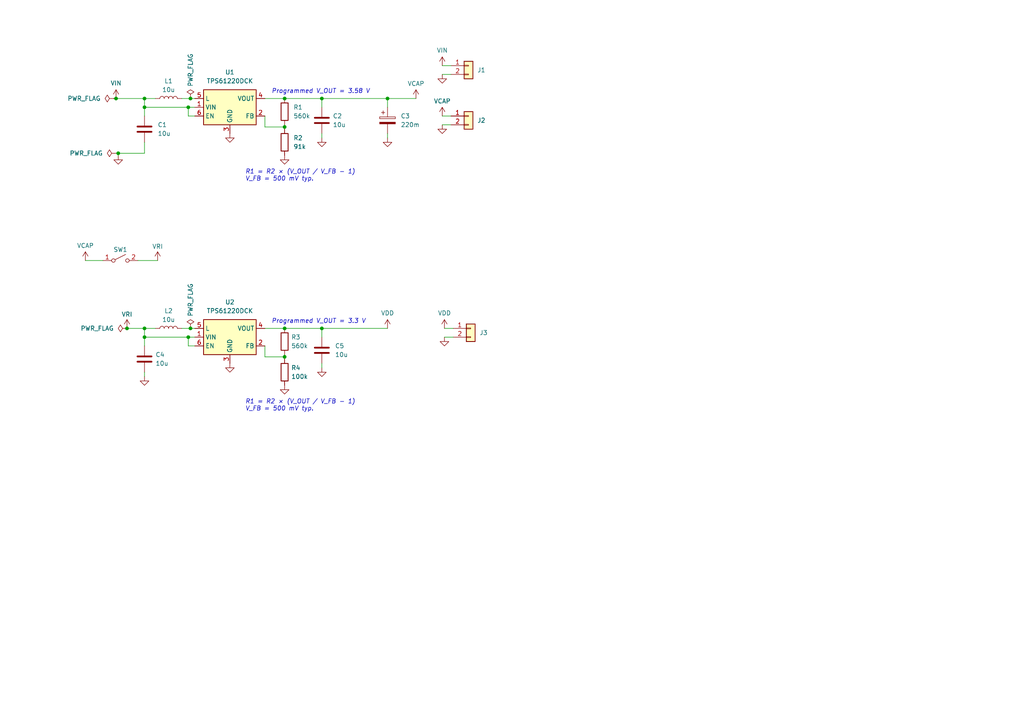
<source format=kicad_sch>
(kicad_sch (version 20230121) (generator eeschema)
  (paper "A4")
  (lib_symbols
    (symbol "Connector_Generic:Conn_01x02" (pin_names (offset 1.016) hide)
      (property "Reference" "J" (at 0 2.54 0))
      (property "Value" "Conn_01x02" (at 0 -5.08 0))
      (symbol "Conn_01x02_1_1"
        (rectangle (start -1.27 -2.413) (end 0 -2.667) (stroke (width 0.1524)))
        (rectangle (start -1.27 0.127) (end 0 -0.127) (stroke (width 0.1524)))
        (rectangle (start -1.27 1.27) (end 1.27 -3.81) (stroke (width 0.254)) (fill (type background)))
        (pin passive line (at -5.08 0 0) (length 3.81) (name "Pin_1") (number "1"))
        (pin passive line (at -5.08 -2.54 0) (length 3.81) (name "Pin_2") (number "2"))
      )
    )
    (symbol "Device:C" (pin_numbers hide) (pin_names (offset 0.254))
      (property "Reference" "C" (at 0.635 2.54 0))
      (property "Value" "C" (at 0.635 -2.54 0))
      (symbol "C_0_1"
        (polyline (pts (xy -2.032 -0.762) (xy 2.032 -0.762)) (stroke (width 0.508)))
        (polyline (pts (xy -2.032 0.762) (xy 2.032 0.762)) (stroke (width 0.508)))
      )
      (symbol "C_1_1"
        (pin passive line (at 0 3.81 270) (length 2.794) (name "~") (number "1"))
        (pin passive line (at 0 -3.81 90) (length 2.794) (name "~") (number "2"))
      )
    )
    (symbol "Device:C_Polarized" (pin_numbers hide) (pin_names (offset 0.254))
      (property "Reference" "C" (at 0.635 2.54 0))
      (property "Value" "C_Polarized" (at 0.635 -2.54 0))
      (symbol "C_Polarized_0_1"
        (rectangle (start -2.286 0.508) (end 2.286 1.016))
        (polyline (pts (xy -1.778 2.286) (xy -0.762 2.286)))
        (polyline (pts (xy -1.27 2.794) (xy -1.27 1.778)))
        (rectangle (start 2.286 -0.508) (end -2.286 -1.016) (fill (type outline)))
      )
      (symbol "C_Polarized_1_1"
        (pin passive line (at 0 3.81 270) (length 2.794) (name "~") (number "1"))
        (pin passive line (at 0 -3.81 90) (length 2.794) (name "~") (number "2"))
      )
    )
    (symbol "Device:L" (pin_numbers hide) (pin_names (offset 1.016) hide)
      (property "Reference" "L" (at -1.27 0 90))
      (property "Value" "L" (at 1.905 0 90))
      (symbol "L_0_1"
        (arc (start 0 -2.54) (mid 0.6323 -1.905) (end 0 -1.27))
        (arc (start 0 -1.27) (mid 0.6323 -0.635) (end 0 0))
        (arc (start 0 0) (mid 0.6323 0.635) (end 0 1.27))
        (arc (start 0 1.27) (mid 0.6323 1.905) (end 0 2.54))
      )
      (symbol "L_1_1"
        (pin passive line (at 0 3.81 270) (length 1.27) (name "1") (number "1"))
        (pin passive line (at 0 -3.81 90) (length 1.27) (name "2") (number "2"))
      )
    )
    (symbol "Device:R" (pin_numbers hide) (pin_names (offset 0))
      (property "Reference" "R" (at 2.032 0 90))
      (property "Value" "R" (at 0 0 90))
      (symbol "R_0_1"
        (rectangle (start -1.016 -2.54) (end 1.016 2.54) (stroke (width 0.254)))
      )
      (symbol "R_1_1"
        (pin passive line (at 0 3.81 270) (length 1.27) (name "~") (number "1"))
        (pin passive line (at 0 -3.81 90) (length 1.27) (name "~") (number "2"))
      )
    )
    (symbol "Regulator_Switching:TPS61220DCK"
      (property "Reference" "U" (at -7.62 6.35 0))
      (property "Value" "TPS61220DCK" (at 2.54 6.35 0))
      (symbol "TPS61220DCK_0_1"
        (rectangle (start -7.62 5.08) (end 7.62 -5.08) (stroke (width 0.254)) (fill (type background)))
      )
      (symbol "TPS61220DCK_1_1"
        (pin power_in line (at -10.16 0 0) (length 2.54) (name "VIN") (number "1"))
        (pin input line (at 10.16 -2.54 180) (length 2.54) (name "FB") (number "2"))
        (pin power_in line (at 0 -7.62 90) (length 2.54) (name "GND") (number "3"))
        (pin power_out line (at 10.16 2.54 180) (length 2.54) (name "VOUT") (number "4"))
        (pin power_in line (at -10.16 2.54 0) (length 2.54) (name "L") (number "5"))
        (pin input line (at -10.16 -2.54 0) (length 2.54) (name "EN") (number "6"))
      )
    )
    (symbol "Soleil_symbols:VCAP" (power) (pin_names (offset 0))
      (property "Value" "VCAP" (at 0 3.81 0))
      (symbol "VCAP_0_1"
        (polyline (pts (xy -0.762 1.27) (xy 0 2.54)))
        (polyline (pts (xy 0 0) (xy 0 2.54)))
        (polyline (pts (xy 0 2.54) (xy 0.762 1.27)))
      )
      (symbol "VCAP_1_1"
        (pin power_in line (at 0 0 90) (length 0) hide (name "VCAP") (number "1"))
      )
    )
    (symbol "Soleil_symbols:VIN" (power) (pin_names (offset 0))
      (property "Value" "VIN" (at 0 3.81 0))
      (symbol "VIN_0_1"
        (polyline (pts (xy -0.762 1.27) (xy 0 2.54)))
        (polyline (pts (xy 0 0) (xy 0 2.54)))
        (polyline (pts (xy 0 2.54) (xy 0.762 1.27)))
      )
      (symbol "VIN_1_1"
        (pin power_in line (at 0 0 90) (length 0) hide (name "VIN") (number "1"))
      )
    )
    (symbol "Soleil_symbols:VRI" (power) (pin_names (offset 0))
      (property "Value" "VRI" (at 0 3.81 0))
      (symbol "VRI_0_1"
        (polyline (pts (xy -0.762 1.27) (xy 0 2.54)))
        (polyline (pts (xy 0 0) (xy 0 2.54)))
        (polyline (pts (xy 0 2.54) (xy 0.762 1.27)))
      )
      (symbol "VRI_1_1"
        (pin power_in line (at 0 0 90) (length 0) hide (name "VRI") (number "1"))
      )
    )
    (symbol "Switch:SW_SPST" (pin_names (offset 0) hide)
      (property "Reference" "SW" (at 0 3.175 0))
      (property "Value" "SW_SPST" (at 0 -2.54 0))
      (symbol "SW_SPST_0_0"
        (circle (center -2.032 0) (radius 0.508))
        (polyline (pts (xy -1.524 0.254) (xy 1.524 1.778)))
        (circle (center 2.032 0) (radius 0.508))
      )
      (symbol "SW_SPST_1_1"
        (pin passive line (at -5.08 0 0) (length 2.54) (name "A") (number "1"))
        (pin passive line (at 5.08 0 180) (length 2.54) (name "B") (number "2"))
      )
    )
    (symbol "power:GND" (power) (pin_names (offset 0))
      (property "Value" "GND" (at 0 -3.81 0))
      (symbol "GND_0_1"
        (polyline (pts (xy 0 0) (xy 0 -1.27) (xy 1.27 -1.27) (xy 0 -2.54) (xy -1.27 -1.27) (xy 0 -1.27)))
      )
      (symbol "GND_1_1"
        (pin power_in line (at 0 0 270) (length 0) hide (name "GND") (number "1"))
      )
    )
    (symbol "power:PWR_FLAG" (power) (pin_numbers hide) (pin_names (offset 0) hide)
      (property "Value" "PWR_FLAG" (at 0 3.81 0))
      (symbol "PWR_FLAG_0_0"
        (pin power_out line (at 0 0 90) (length 0) (name "pwr") (number "1"))
      )
      (symbol "PWR_FLAG_0_1"
        (polyline (pts (xy 0 0) (xy 0 1.27) (xy -1.016 1.905) (xy 0 2.54) (xy 1.016 1.905) (xy 0 1.27)))
      )
    )
    (symbol "power:VDD" (power) (pin_names (offset 0))
      (property "Value" "VDD" (at 0 3.81 0))
      (symbol "VDD_0_1"
        (polyline (pts (xy -0.762 1.27) (xy 0 2.54)))
        (polyline (pts (xy 0 0) (xy 0 2.54)))
        (polyline (pts (xy 0 2.54) (xy 0.762 1.27)))
      )
      (symbol "VDD_1_1"
        (pin power_in line (at 0 0 90) (length 0) hide (name "VDD") (number "1"))
      )
    )
  )
  (junction (at 112.395 28.575))
  (junction (at 34.29 44.45))
  (junction (at 82.55 95.25))
  (junction (at 93.345 95.25))
  (junction (at 82.55 36.83))
  (junction (at 93.345 28.575))
  (junction (at 41.91 97.79))
  (junction (at 54.61 97.79))
  (junction (at 54.61 31.115))
  (junction (at 41.91 95.25))
  (junction (at 33.655 28.575))
  (junction (at 41.91 31.115))
  (junction (at 41.91 28.575))
  (junction (at 55.245 95.25))
  (junction (at 36.83 95.25))
  (junction (at 55.245 28.575))
  (junction (at 82.55 28.575))
  (junction (at 82.55 103.505))
  (wire (pts (xy 33.02 28.575) (xy 33.655 28.575)))
  (wire (pts (xy 128.905 97.79) (xy 131.445 97.79)))
  (wire (pts (xy 112.395 40.005) (xy 112.395 38.735)))
  (wire (pts (xy 56.515 100.33) (xy 54.61 100.33)))
  (wire (pts (xy 55.245 95.25) (xy 56.515 95.25)))
  (wire (pts (xy 41.91 41.275) (xy 41.91 44.45)))
  (wire (pts (xy 82.55 103.505) (xy 82.55 104.14)))
  (wire (pts (xy 76.835 100.33) (xy 76.835 103.505)))
  (wire (pts (xy 128.27 33.655) (xy 130.81 33.655)))
  (wire (pts (xy 93.345 95.25) (xy 93.345 97.79)))
  (wire (pts (xy 45.72 75.565) (xy 40.005 75.565)))
  (wire (pts (xy 41.91 31.115) (xy 41.91 28.575)))
  (wire (pts (xy 112.395 28.575) (xy 112.395 31.115)))
  (wire (pts (xy 112.395 95.25) (xy 93.345 95.25)))
  (wire (pts (xy 41.91 97.79) (xy 41.91 95.25)))
  (wire (pts (xy 76.835 28.575) (xy 82.55 28.575)))
  (wire (pts (xy 128.905 95.25) (xy 131.445 95.25)))
  (wire (pts (xy 82.55 36.195) (xy 82.55 36.83)))
  (wire (pts (xy 41.91 31.115) (xy 41.91 33.655)))
  (wire (pts (xy 76.835 95.25) (xy 82.55 95.25)))
  (wire (pts (xy 55.245 28.575) (xy 56.515 28.575)))
  (wire (pts (xy 41.91 97.79) (xy 54.61 97.79)))
  (wire (pts (xy 112.395 28.575) (xy 93.345 28.575)))
  (wire (pts (xy 29.845 75.565) (xy 24.765 75.565)))
  (wire (pts (xy 33.655 28.575) (xy 41.91 28.575)))
  (wire (pts (xy 93.345 38.735) (xy 93.345 40.005)))
  (wire (pts (xy 76.835 103.505) (xy 82.55 103.505)))
  (wire (pts (xy 41.91 44.45) (xy 34.29 44.45)))
  (wire (pts (xy 41.91 95.25) (xy 45.085 95.25)))
  (wire (pts (xy 56.515 33.655) (xy 54.61 33.655)))
  (wire (pts (xy 82.55 36.83) (xy 82.55 37.465)))
  (wire (pts (xy 54.61 97.79) (xy 54.61 100.33)))
  (wire (pts (xy 41.91 97.79) (xy 41.91 100.33)))
  (wire (pts (xy 93.345 105.41) (xy 93.345 106.68)))
  (wire (pts (xy 76.835 33.655) (xy 76.835 36.83)))
  (wire (pts (xy 41.91 109.22) (xy 41.91 107.95)))
  (wire (pts (xy 76.835 36.83) (xy 82.55 36.83)))
  (wire (pts (xy 128.27 21.59) (xy 130.81 21.59)))
  (wire (pts (xy 52.705 95.25) (xy 55.245 95.25)))
  (wire (pts (xy 54.61 31.115) (xy 54.61 33.655)))
  (wire (pts (xy 112.395 28.575) (xy 120.65 28.575)))
  (wire (pts (xy 54.61 31.115) (xy 56.515 31.115)))
  (wire (pts (xy 41.91 28.575) (xy 45.085 28.575)))
  (wire (pts (xy 82.55 95.25) (xy 93.345 95.25)))
  (wire (pts (xy 36.83 95.25) (xy 41.91 95.25)))
  (wire (pts (xy 82.55 28.575) (xy 93.345 28.575)))
  (wire (pts (xy 52.705 28.575) (xy 55.245 28.575)))
  (wire (pts (xy 33.655 44.45) (xy 34.29 44.45)))
  (wire (pts (xy 93.345 28.575) (xy 93.345 31.115)))
  (wire (pts (xy 128.27 36.195) (xy 130.81 36.195)))
  (wire (pts (xy 54.61 97.79) (xy 56.515 97.79)))
  (wire (pts (xy 82.55 102.87) (xy 82.55 103.505)))
  (wire (pts (xy 128.27 19.05) (xy 130.81 19.05)))
  (wire (pts (xy 41.91 31.115) (xy 54.61 31.115)))
  (wire (pts (xy 34.29 44.45) (xy 34.29 45.085)))
  (text "Programmed V_OUT = 3.58 V" (at 78.74 27.305 0) (effects (font (size 1.27 1.27) italic) (justify left bottom)))
  (text "R1 = R2 × (V_OUT / V_FB - 1)\nV_FB = 500 mV typ." (at 71.12 119.38 0) (effects (font (size 1.27 1.27) italic) (justify left bottom)))
  (text "Programmed V_OUT = 3.3 V" (at 78.74 93.98 0) (effects (font (size 1.27 1.27) italic) (justify left bottom)))
  (text "R1 = R2 × (V_OUT / V_FB - 1)\nV_FB = 500 mV typ." (at 71.12 52.705 0) (effects (font (size 1.27 1.27) italic) (justify left bottom)))
  (symbol (lib_id "power:VDD") (at 128.905 95.25 0) (unit 1)
    (property "Reference" "#PWR08" (effects hide))
    (property "Value" "VDD" (at 128.905 90.805 0))
  )
  (symbol (lib_id "Soleil_symbols:VCAP") (at 120.65 28.575 0) (unit 1)
    (property "Reference" "#PWR06" (effects hide))
    (property "Value" "VCAP" (at 120.65 24.257 0))
  )
  (symbol (lib_id "Device:R") (at 82.55 107.95 0) (unit 1)
    (property "Reference" "R4" (at 84.455 106.68 0) (effects (justify left)))
    (property "Value" "100k" (at 84.455 109.22 0) (effects (justify left)))
    (property "Footprint" "Resistor_SMD:R_0603_1608Metric" (effects hide))
  )
  (symbol (lib_id "Connector_Generic:Conn_01x02") (at 135.89 33.655 0) (unit 1)
    (property "Reference" "J2" (at 138.43 34.925 0) (effects (justify left)))
    (property "Value" "Conn_01x02" (effects hide))
    (property "Footprint" "Connector_PinHeader_2.54mm:PinHeader_1x02_P2.54mm_Vertical" (effects hide))
  )
  (symbol (lib_id "power:GND") (at 128.905 97.79 0) (unit 1)
    (property "Reference" "#PWR09" (effects hide))
    (property "Value" "GND" (effects hide))
  )
  (symbol (lib_id "Soleil_symbols:VIN") (at 128.27 19.05 0) (unit 1)
    (property "Reference" "#PWR015" (effects hide))
    (property "Value" "VIN" (at 128.27 14.605 0))
  )
  (symbol (lib_id "power:PWR_FLAG") (at 33.655 44.45 90) (unit 1)
    (property "Reference" "#FLG02" (effects hide))
    (property "Value" "PWR_FLAG" (at 29.845 44.45 90) (effects (justify left)))
  )
  (symbol (lib_id "power:PWR_FLAG") (at 33.02 28.575 90) (unit 1)
    (property "Reference" "#FLG01" (effects hide))
    (property "Value" "PWR_FLAG" (at 29.21 28.575 90) (effects (justify left)))
  )
  (symbol (lib_id "Soleil_symbols:VCAP") (at 128.27 33.655 0) (unit 1)
    (property "Reference" "#PWR011" (effects hide))
    (property "Value" "VCAP" (at 128.27 29.337 0))
  )
  (symbol (lib_id "Connector_Generic:Conn_01x02") (at 135.89 19.05 0) (unit 1)
    (property "Reference" "J1" (at 138.43 20.32 0) (effects (justify left)))
    (property "Value" "Conn_01x02" (effects hide))
    (property "Footprint" "Connector_PinHeader_2.54mm:PinHeader_1x02_P2.54mm_Vertical" (effects hide))
  )
  (symbol (lib_id "Device:C_Polarized") (at 112.395 34.925 0) (unit 1)
    (property "Reference" "C3" (at 116.205 33.655 0) (effects (justify left)))
    (property "Value" "220m" (at 116.205 36.195 0) (effects (justify left)))
    (property "Footprint" "Soleil_footprints:DMS3R3" (effects hide))
  )
  (symbol (lib_id "power:GND") (at 34.29 45.085 0) (unit 1)
    (property "Reference" "#PWR01" (effects hide))
    (property "Value" "GND" (effects hide))
  )
  (symbol (lib_id "Switch:SW_SPST") (at 34.925 75.565 0) (unit 1)
    (property "Reference" "SW1" (at 34.925 72.39 0))
    (property "Value" "SW_SPST" (effects hide))
    (property "Footprint" "Soleil_footprints:SPST_1x01_P2.54" (effects hide))
  )
  (symbol (lib_id "Regulator_Switching:TPS61220DCK") (at 66.675 97.79 0) (unit 1)
    (property "Reference" "U2" (at 66.675 87.63 0))
    (property "Value" "TPS61220DCK" (at 66.675 90.17 0))
    (property "Footprint" "Package_TO_SOT_SMD:Texas_R-PDSO-G6" (effects hide))
    (property "Datasheet" "http://www.ti.com/lit/ds/symlink/tps61220.pdf" (effects hide))
  )
  (symbol (lib_id "Device:C") (at 93.345 101.6 0) (unit 1)
    (property "Reference" "C5" (at 97.155 100.33 0) (effects (justify left)))
    (property "Value" "10u" (at 97.155 102.87 0) (effects (justify left)))
    (property "Footprint" "Capacitor_SMD:C_0603_1608Metric" (effects hide))
  )
  (symbol (lib_id "power:GND") (at 128.27 36.195 0) (unit 1)
    (property "Reference" "#PWR012" (effects hide))
    (property "Value" "GND" (effects hide))
  )
  (symbol (lib_id "Device:R") (at 82.55 32.385 0) (unit 1)
    (property "Reference" "R1" (at 85.09 31.115 0) (effects (justify left)))
    (property "Value" "560k" (at 85.09 33.655 0) (effects (justify left)))
    (property "Footprint" "Resistor_SMD:R_0603_1608Metric" (effects hide))
  )
  (symbol (lib_id "power:GND") (at 128.27 21.59 0) (unit 1)
    (property "Reference" "#PWR014" (effects hide))
    (property "Value" "GND" (effects hide))
  )
  (symbol (lib_id "power:GND") (at 41.91 109.22 0) (unit 1)
    (property "Reference" "#PWR035" (effects hide))
    (property "Value" "GND" (effects hide))
  )
  (symbol (lib_id "Device:C") (at 41.91 37.465 0) (unit 1)
    (property "Reference" "C1" (at 45.72 36.195 0) (effects (justify left)))
    (property "Value" "10u" (at 45.72 38.735 0) (effects (justify left)))
    (property "Footprint" "Capacitor_SMD:C_0603_1608Metric" (effects hide))
  )
  (symbol (lib_id "power:GND") (at 66.675 38.735 0) (unit 1)
    (property "Reference" "#PWR03" (effects hide))
    (property "Value" "GND" (effects hide))
  )
  (symbol (lib_id "Device:L") (at 48.895 28.575 90) (unit 1)
    (property "Reference" "L1" (at 48.895 23.495 90))
    (property "Value" "10u" (at 48.895 26.035 90))
    (property "Footprint" "Inductor_SMD:L_Sunlord_SWPA252012S" (effects hide))
    (property "Datasheet" "SWPA252012S100MT" (effects hide))
  )
  (symbol (lib_id "power:PWR_FLAG") (at 36.83 95.25 90) (unit 1)
    (property "Reference" "#FLG04" (effects hide))
    (property "Value" "PWR_FLAG" (at 33.02 95.25 90) (effects (justify left)))
  )
  (symbol (lib_id "Device:C") (at 93.345 34.925 0) (unit 1)
    (property "Reference" "C2" (at 96.52 33.655 0) (effects (justify left)))
    (property "Value" "10u" (at 96.52 36.195 0) (effects (justify left)))
    (property "Footprint" "Capacitor_SMD:C_0603_1608Metric" (effects hide))
  )
  (symbol (lib_id "power:PWR_FLAG") (at 55.245 28.575 0) (unit 1)
    (property "Reference" "#FLG05" (effects hide))
    (property "Value" "PWR_FLAG" (at 55.245 20.32 90))
  )
  (symbol (lib_id "power:GND") (at 93.345 106.68 0) (unit 1)
    (property "Reference" "#PWR034" (effects hide))
    (property "Value" "GND" (effects hide))
  )
  (symbol (lib_id "Regulator_Switching:TPS61220DCK") (at 66.675 31.115 0) (unit 1)
    (property "Reference" "U1" (at 66.675 20.955 0))
    (property "Value" "TPS61220DCK" (at 66.675 23.495 0))
    (property "Footprint" "Package_TO_SOT_SMD:Texas_R-PDSO-G6" (effects hide))
    (property "Datasheet" "http://www.ti.com/lit/ds/symlink/tps61220.pdf" (effects hide))
  )
  (symbol (lib_id "power:VDD") (at 112.395 95.25 0) (unit 1)
    (property "Reference" "#PWR028" (effects hide))
    (property "Value" "VDD" (at 112.395 90.805 0))
  )
  (symbol (lib_id "Device:R") (at 82.55 99.06 0) (unit 1)
    (property "Reference" "R3" (at 84.455 97.79 0) (effects (justify left)))
    (property "Value" "560k" (at 84.455 100.33 0) (effects (justify left)))
    (property "Footprint" "Resistor_SMD:R_0603_1608Metric" (effects hide))
  )
  (symbol (lib_id "power:GND") (at 93.345 40.005 0) (unit 1)
    (property "Reference" "#PWR05" (effects hide))
    (property "Value" "GND" (effects hide))
  )
  (symbol (lib_id "Device:R") (at 82.55 41.275 0) (unit 1)
    (property "Reference" "R2" (at 85.09 40.005 0) (effects (justify left)))
    (property "Value" "91k" (at 85.09 42.545 0) (effects (justify left)))
    (property "Footprint" "Resistor_SMD:R_0603_1608Metric" (effects hide))
  )
  (symbol (lib_id "Device:C") (at 41.91 104.14 0) (unit 1)
    (property "Reference" "C4" (at 45.085 102.87 0) (effects (justify left)))
    (property "Value" "10u" (at 45.085 105.41 0) (effects (justify left)))
    (property "Footprint" "Capacitor_SMD:C_0603_1608Metric" (effects hide))
  )
  (symbol (lib_id "Soleil_symbols:VIN") (at 33.655 28.575 0) (unit 1)
    (property "Reference" "#PWR013" (effects hide))
    (property "Value" "VIN" (at 33.655 24.13 0))
  )
  (symbol (lib_id "power:GND") (at 82.55 45.085 0) (unit 1)
    (property "Reference" "#PWR04" (effects hide))
    (property "Value" "GND" (effects hide))
  )
  (symbol (lib_id "power:GND") (at 112.395 40.005 0) (unit 1)
    (property "Reference" "#PWR02" (effects hide))
    (property "Value" "GND" (effects hide))
  )
  (symbol (lib_id "Soleil_symbols:VCAP") (at 24.765 75.565 0) (unit 1)
    (property "Reference" "#PWR010" (effects hide))
    (property "Value" "VCAP" (at 24.765 71.247 0))
  )
  (symbol (lib_id "Soleil_symbols:VRI") (at 45.72 75.565 0) (unit 1)
    (property "Reference" "#PWR07" (effects hide))
    (property "Value" "VRI" (at 45.72 71.501 0))
  )
  (symbol (lib_id "Connector_Generic:Conn_01x02") (at 136.525 95.25 0) (unit 1)
    (property "Reference" "J3" (at 139.065 96.52 0) (effects (justify left)))
    (property "Value" "Conn_01x02" (effects hide))
    (property "Footprint" "Connector_PinHeader_2.54mm:PinHeader_1x02_P2.54mm_Vertical" (effects hide))
  )
  (symbol (lib_id "power:GND") (at 66.675 105.41 0) (unit 1)
    (property "Reference" "#PWR032" (effects hide))
    (property "Value" "GND" (effects hide))
  )
  (symbol (lib_id "Soleil_symbols:VRI") (at 36.83 95.25 0) (unit 1)
    (property "Reference" "#PWR017" (effects hide))
    (property "Value" "VRI" (at 36.83 91.186 0))
  )
  (symbol (lib_id "power:GND") (at 82.55 111.76 0) (unit 1)
    (property "Reference" "#PWR033" (effects hide))
    (property "Value" "GND" (effects hide))
  )
  (symbol (lib_id "Device:L") (at 48.895 95.25 90) (unit 1)
    (property "Reference" "L2" (at 48.895 90.17 90))
    (property "Value" "10u" (at 48.895 92.71 90))
    (property "Footprint" "Inductor_SMD:L_Sunlord_SWPA252012S" (effects hide))
    (property "Datasheet" "SWPA252012S100MT" (effects hide))
  )
  (symbol (lib_id "power:PWR_FLAG") (at 55.245 95.25 0) (unit 1)
    (property "Reference" "#FLG03" (effects hide))
    (property "Value" "PWR_FLAG" (at 55.245 86.995 90))
  )
)
</source>
